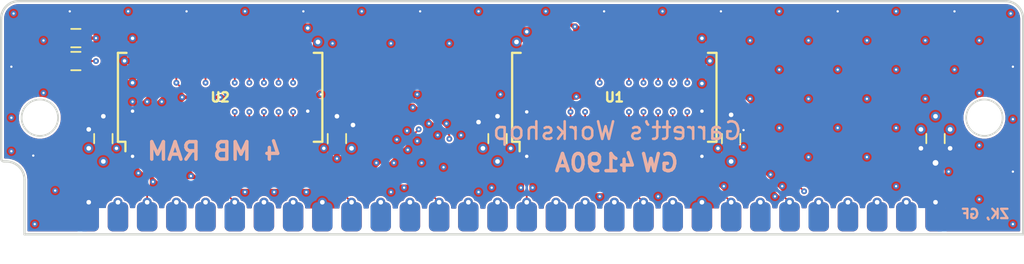
<source format=kicad_pcb>
(kicad_pcb (version 20211014) (generator pcbnew)
  (title_block (title "GW4190A") (date "2021-06-19") (rev "2.0-SOJ") (company "Garrett's Workshop"))
  (layers (0 "F.Cu" signal) (1 "In1.Cu" power) (2 "In2.Cu" signal) (31 "B.Cu" power) (34 "B.Paste" user) (35 "F.Paste" user) (36 "B.SilkS" user "B.Silkscreen") (37 "F.SilkS" user "F.Silkscreen") (38 "B.Mask" user) (39 "F.Mask" user) (44 "Edge.Cuts" user))
  (net 0 "")
  (net 1 "+5V")
  (net 2 "/D0")
  (net 3 "/D1")
  (net 4 "/~{WE}")
  (net 5 "/~{RAS}")
  (net 6 "/~{CAS}")
  (net 7 "/D2")
  (net 8 "/D3")
  (net 9 "GND")
  (net 10 "/D4")
  (net 11 "/D5")
  (net 12 "/D6")
  (net 13 "/A11")
  (net 14 "/D7")
  (net 15 "/QP")
  (net 16 "/~{CASP}")
  (net 17 "/DP")
  (net 18 "/1A0")
  (net 19 "/1A1")
  (net 20 "/1A2")
  (net 21 "/1A3")
  (net 22 "/1A4")
  (net 23 "/1A5")
  (net 24 "/1A6")
  (net 25 "/1A7")
  (net 26 "/1A8")
  (net 27 "/1A10")
  (net 28 "/1A9")
  (net 29 "/~{OE}")
  (footprint "stdpads:C_0805" (layer "F.Cu") (at 85.09 93.257 -90)
    (fp_text reference "C1")
    (fp_text value "2u2")
    (pad "1" smd roundrect locked (at -0.85 0 270) (size 1.05 1.4) (layers "F.Cu" "F.Paste" "F.Mask") (net 1 "+5V"))
    (pad "2" smd roundrect locked (at 0.85 0 270) (size 1.05 1.4) (layers "F.Cu" "F.Paste" "F.Mask") (net 9 "GND"))
  )
  (footprint "stdpads:C_0805" (layer "F.Cu") (at 105.41 93.257 -90)
    (fp_text reference "C2")
    (fp_text value "2u2")
    (pad "1" smd roundrect locked (at -0.85 0 270) (size 1.05 1.4) (layers "F.Cu" "F.Paste" "F.Mask") (net 1 "+5V"))
    (pad "2" smd roundrect locked (at 0.85 0 270) (size 1.05 1.4) (layers "F.Cu" "F.Paste" "F.Mask") (net 9 "GND"))
  )
  (footprint "stdpads:C_0805" (layer "F.Cu") (at 119.38 93.257 -90)
    (fp_text reference "C3")
    (fp_text value "2u2")
    (pad "1" smd roundrect locked (at -0.85 0 270) (size 1.05 1.4) (layers "F.Cu" "F.Paste" "F.Mask") (net 1 "+5V"))
    (pad "2" smd roundrect locked (at 0.85 0 270) (size 1.05 1.4) (layers "F.Cu" "F.Paste" "F.Mask") (net 9 "GND"))
  )
  (footprint "stdpads:C_0805" (layer "F.Cu") (at 139.7 93.257 -90)
    (fp_text reference "C4")
    (fp_text value "2u2")
    (pad "1" smd roundrect locked (at -0.85 0 270) (size 1.05 1.4) (layers "F.Cu" "F.Paste" "F.Mask") (net 1 "+5V"))
    (pad "2" smd roundrect locked (at 0.85 0 270) (size 1.05 1.4) (layers "F.Cu" "F.Paste" "F.Mask") (net 9 "GND"))
  )
  (footprint "stdpads:C_0805" (layer "F.Cu") (at 157.48 93.257 90)
    (fp_text reference "C5")
    (fp_text value "2u2")
    (pad "1" smd roundrect locked (at -0.85 0 90) (size 1.05 1.4) (layers "F.Cu" "F.Paste" "F.Mask") (net 1 "+5V"))
    (pad "2" smd roundrect locked (at 0.85 0 90) (size 1.05 1.4) (layers "F.Cu" "F.Paste" "F.Mask") (net 9 "GND"))
  )
  (footprint "stdpads:SIMM-30_Edge" (layer "F.Cu") (at 120.65 99.822)
    (fp_text reference "J1")
    (fp_text value "DRAM-SIMM-30")
    (pad "1" thru_hole circle locked (at -36.83 -1.016) (size 0.8 0.8) (drill 0.4) (layers *.Cu *.Mask) (net 1 "+5V"))
    (pad "1" smd roundrect locked (at -36.83 0.254) (size 1.778 2.54) (layers "F.Cu" "F.Mask") (net 1 "+5V"))
    (pad "1" smd roundrect locked (at -36.83 0.254) (size 1.778 2.54) (layers "B.Cu" "B.Mask") (net 1 "+5V"))
    (pad "2" smd roundrect locked (at -34.29 0.254) (size 1.778 2.54) (layers "F.Cu" "F.Mask") (net 6 "/~{CAS}"))
    (pad "2" thru_hole circle locked (at -34.29 -1.016) (size 0.8 0.8) (drill 0.4) (layers *.Cu *.Mask) (net 6 "/~{CAS}"))
    (pad "2" smd roundrect locked (at -34.29 0.254) (size 1.778 2.54) (layers "B.Cu" "B.Mask") (net 6 "/~{CAS}"))
    (pad "3" smd roundrect locked (at -31.75 0.254) (size 1.778 2.54) (layers "B.Cu" "B.Mask") (net 2 "/D0"))
    (pad "3" thru_hole circle locked (at -31.75 -1.016) (size 0.8 0.8) (drill 0.4) (layers *.Cu *.Mask) (net 2 "/D0"))
    (pad "3" smd roundrect locked (at -31.75 0.254) (size 1.778 2.54) (layers "F.Cu" "F.Mask") (net 2 "/D0"))
    (pad "4" thru_hole circle locked (at -29.21 -1.016) (size 0.8 0.8) (drill 0.4) (layers *.Cu *.Mask) (net 22 "/1A4"))
    (pad "4" smd roundrect locked (at -29.21 0.254) (size 1.778 2.54) (layers "B.Cu" "B.Mask") (net 22 "/1A4"))
    (pad "4" smd roundrect locked (at -29.21 0.254) (size 1.778 2.54) (layers "F.Cu" "F.Mask") (net 22 "/1A4"))
    (pad "5" thru_hole circle locked (at -26.67 -1.016) (size 0.8 0.8) (drill 0.4) (layers *.Cu *.Mask) (net 21 "/1A3"))
    (pad "5" smd roundrect locked (at -26.67 0.254) (size 1.778 2.54) (layers "B.Cu" "B.Mask") (net 21 "/1A3"))
    (pad "5" smd roundrect locked (at -26.67 0.254) (size 1.778 2.54) (layers "F.Cu" "F.Mask") (net 21 "/1A3"))
    (pad "6" smd roundrect locked (at -24.13 0.254) (size 1.778 2.54) (layers "F.Cu" "F.Mask") (net 3 "/D1"))
    (pad "6" thru_hole circle locked (at -24.13 -1.016) (size 0.8 0.8) (drill 0.4) (layers *.Cu *.Mask) (net 3 "/D1"))
    (pad "6" smd roundrect locked (at -24.13 0.254) (size 1.778 2.54) (layers "B.Cu" "B.Mask") (net 3 "/D1"))
    (pad "7" smd roundrect locked (at -21.59 0.254) (size 1.778 2.54) (layers "B.Cu" "B.Mask") (net 23 "/1A5"))
    (pad "7" thru_hole circle locked (at -21.59 -1.016) (size 0.8 0.8) (drill 0.4) (layers *.Cu *.Mask) (net 23 "/1A5"))
    (pad "7" smd roundrect locked (at -21.59 0.254) (size 1.778 2.54) (layers "F.Cu" "F.Mask") (net 23 "/1A5"))
    (pad "8" smd roundrect locked (at -19.05 0.254) (size 1.778 2.54) (layers "B.Cu" "B.Mask") (net 20 "/1A2"))
    (pad "8" thru_hole circle locked (at -19.05 -1.016) (size 0.8 0.8) (drill 0.4) (layers *.Cu *.Mask) (net 20 "/1A2"))
    (pad "8" smd roundrect locked (at -19.05 0.254) (size 1.778 2.54) (layers "F.Cu" "F.Mask") (net 20 "/1A2"))
    (pad "9" thru_hole circle locked (at -16.51 -1.016) (size 0.8 0.8) (drill 0.4) (layers *.Cu *.Mask) (net 9 "GND"))
    (pad "9" smd roundrect locked (at -16.51 0.254) (size 1.778 2.54) (layers "B.Cu" "B.Mask") (net 9 "GND"))
    (pad "9" smd roundrect locked (at -16.51 0.254) (size 1.778 2.54) (layers "F.Cu" "F.Mask") (net 9 "GND"))
    (pad "10" smd roundrect locked (at -13.97 0.254) (size 1.778 2.54) (layers "B.Cu" "B.Mask") (net 7 "/D2"))
    (pad "10" thru_hole circle locked (at -13.97 -1.016) (size 0.8 0.8) (drill 0.4) (layers *.Cu *.Mask) (net 7 "/D2"))
    (pad "10" smd roundrect locked (at -13.97 0.254) (size 1.778 2.54) (layers "F.Cu" "F.Mask") (net 7 "/D2"))
    (pad "11" thru_hole circle locked (at -11.43 -1.016) (size 0.8 0.8) (drill 0.4) (layers *.Cu *.Mask) (net 24 "/1A6"))
    (pad "11" smd roundrect locked (at -11.43 0.254) (size 1.778 2.54) (layers "F.Cu" "F.Mask") (net 24 "/1A6"))
    (pad "11" smd roundrect locked (at -11.43 0.254) (size 1.778 2.54) (layers "B.Cu" "B.Mask") (net 24 "/1A6"))
    (pad "12" smd roundrect locked (at -8.89 0.254) (size 1.778 2.54) (layers "B.Cu" "B.Mask") (net 19 "/1A1"))
    (pad "12" smd roundrect locked (at -8.89 0.254) (size 1.778 2.54) (layers "F.Cu" "F.Mask") (net 19 "/1A1"))
    (pad "12" thru_hole circle locked (at -8.89 -1.016) (size 0.8 0.8) (drill 0.4) (layers *.Cu *.Mask) (net 19 "/1A1"))
    (pad "13" smd roundrect locked (at -6.35 0.254) (size 1.778 2.54) (layers "F.Cu" "F.Mask") (net 8 "/D3"))
    (pad "13" smd roundrect locked (at -6.35 0.254) (size 1.778 2.54) (layers "B.Cu" "B.Mask") (net 8 "/D3"))
    (pad "13" thru_hole circle locked (at -6.35 -1.016) (size 0.8 0.8) (drill 0.4) (layers *.Cu *.Mask) (net 8 "/D3"))
    (pad "14" smd roundrect locked (at -3.81 0.254) (size 1.778 2.54) (layers "F.Cu" "F.Mask") (net 25 "/1A7"))
    (pad "14" smd roundrect locked (at -3.81 0.254) (size 1.778 2.54) (layers "B.Cu" "B.Mask") (net 25 "/1A7"))
    (pad "14" thru_hole circle locked (at -3.81 -1.016) (size 0.8 0.8) (drill 0.4) (layers *.Cu *.Mask) (net 25 "/1A7"))
    (pad "15" smd roundrect locked (at -1.27 0.254) (size 1.778 2.54) (layers "F.Cu" "F.Mask") (net 18 "/1A0"))
    (pad "15" smd roundrect locked (at -1.27 0.254) (size 1.778 2.54) (layers "B.Cu" "B.Mask") (net 18 "/1A0"))
    (pad "15" thru_hole circle locked (at -1.27 -1.016) (size 0.8 0.8) (drill 0.4) (layers *.Cu *.Mask) (net 18 "/1A0"))
    (pad "16" smd roundrect locked (at 1.27 0.254) (size 1.778 2.54) (layers "B.Cu" "B.Mask") (net 10 "/D4"))
    (pad "16" thru_hole circle locked (at 1.27 -1.016) (size 0.8 0.8) (drill 0.4) (layers *.Cu *.Mask) (net 10 "/D4"))
    (pad "16" smd roundrect locked (at 1.27 0.254) (size 1.778 2.54) (layers "F.Cu" "F.Mask") (net 10 "/D4"))
    (pad "17" smd roundrect locked (at 3.81 0.254) (size 1.778 2.54) (layers "F.Cu" "F.Mask") (net 26 "/1A8"))
    (pad "17" smd roundrect locked (at 3.81 0.254) (size 1.778 2.54) (layers "B.Cu" "B.Mask") (net 26 "/1A8"))
    (pad "17" thru_hole circle locked (at 3.81 -1.016) (size 0.8 0.8) (drill 0.4) (layers *.Cu *.Mask) (net 26 "/1A8"))
    (pad "18" smd roundrect locked (at 6.35 0.254) (size 1.778 2.54) (layers "B.Cu" "B.Mask") (net 27 "/1A10"))
    (pad "18" thru_hole circle locked (at 6.35 -1.016) (size 0.8 0.8) (drill 0.4) (layers *.Cu *.Mask) (net 27 "/1A10"))
    (pad "18" smd roundrect locked (at 6.35 0.254) (size 1.778 2.54) (layers "F.Cu" "F.Mask") (net 27 "/1A10"))
    (pad "19" thru_hole circle locked (at 8.89 -1.016) (size 0.8 0.8) (drill 0.4) (layers *.Cu *.Mask) (net 28 "/1A9"))
    (pad "19" smd roundrect locked (at 8.89 0.254) (size 1.778 2.54) (layers "B.Cu" "B.Mask") (net 28 "/1A9"))
    (pad "19" smd roundrect locked (at 8.89 0.254) (size 1.778 2.54) (layers "F.Cu" "F.Mask") (net 28 "/1A9"))
    (pad "20" smd roundrect locked (at 11.43 0.254) (size 1.778 2.54) (layers "F.Cu" "F.Mask") (net 11 "/D5"))
    (pad "20" smd roundrect locked (at 11.43 0.254) (size 1.778 2.54) (layers "B.Cu" "B.Mask") (net 11 "/D5"))
    (pad "20" thru_hole circle locked (at 11.43 -1.016) (size 0.8 0.8) (drill 0.4) (layers *.Cu *.Mask) (net 11 "/D5"))
    (pad "21" thru_hole circle locked (at 13.97 -1.016) (size 0.8 0.8) (drill 0.4) (layers *.Cu *.Mask) (net 4 "/~{WE}"))
    (pad "21" smd roundrect locked (at 13.97 0.254) (size 1.778 2.54) (layers "F.Cu" "F.Mask") (net 4 "/~{WE}"))
    (pad "21" smd roundrect locked (at 13.97 0.254) (size 1.778 2.54) (layers "B.Cu" "B.Mask") (net 4 "/~{WE}"))
    (pad "22" thru_hole circle locked (at 16.51 -1.016) (size 0.8 0.8) (drill 0.4) (layers *.Cu *.Mask) (net 9 "GND"))
    (pad "22" smd roundrect locked (at 16.51 0.254) (size 1.778 2.54) (layers "B.Cu" "B.Mask") (net 9 "GND"))
    (pad "22" smd roundrect locked (at 16.51 0.254) (size 1.778 2.54) (layers "F.Cu" "F.Mask") (net 9 "GND"))
    (pad "23" smd roundrect locked (at 19.05 0.254) (size 1.778 2.54) (layers "F.Cu" "F.Mask") (net 12 "/D6"))
    (pad "23" thru_hole circle locked (at 19.05 -1.016) (size 0.8 0.8) (drill 0.4) (layers *.Cu *.Mask) (net 12 "/D6"))
    (pad "23" smd roundrect locked (at 19.05 0.254) (size 1.778 2.54) (layers "B.Cu" "B.Mask") (net 12 "/D6"))
    (pad "24" smd roundrect locked (at 21.59 0.254) (size 1.778 2.54) (layers "F.Cu" "F.Mask") (net 13 "/A11"))
    (pad "24" thru_hole circle locked (at 21.59 -1.016) (size 0.8 0.8) (drill 0.4) (layers *.Cu *.Mask) (net 13 "/A11"))
    (pad "24" smd roundrect locked (at 21.59 0.254) (size 1.778 2.54) (layers "B.Cu" "B.Mask") (net 13 "/A11"))
    (pad "25" smd roundrect locked (at 24.13 0.254) (size 1.778 2.54) (layers "B.Cu" "B.Mask") (net 14 "/D7"))
    (pad "25" thru_hole circle locked (at 24.13 -1.016) (size 0.8 0.8) (drill 0.4) (layers *.Cu *.Mask) (net 14 "/D7"))
    (pad "25" smd roundrect locked (at 24.13 0.254) (size 1.778 2.54) (layers "F.Cu" "F.Mask") (net 14 "/D7"))
    (pad "26" smd roundrect locked (at 26.67 0.254) (size 1.778 2.54) (layers "F.Cu" "F.Mask") (net 15 "/QP"))
    (pad "26" smd roundrect locked (at 26.67 0.254) (size 1.778 2.54) (layers "B.Cu" "B.Mask") (net 15 "/QP"))
    (pad "26" thru_hole circle locked (at 26.67 -1.016) (size 0.8 0.8) (drill 0.4) (layers *.Cu *.Mask) (net 15 "/QP"))
    (pad "27" smd roundrect locked (at 29.21 0.254) (size 1.778 2.54) (layers "B.Cu" "B.Mask") (net 5 "/~{RAS}"))
    (pad "27" thru_hole circle locked (at 29.21 -1.016) (size 0.8 0.8) (drill 0.4) (layers *.Cu *.Mask) (net 5 "/~{RAS}"))
    (pad "27" smd roundrect locked (at 29.21 0.254) (size 1.778 2.54) (layers "F.Cu" "F.Mask") (net 5 "/~{RAS}"))
    (pad "28" smd roundrect locked (at 31.75 0.254) (size 1.778 2.54) (layers "B.Cu" "B.Mask") (net 16 "/~{CASP}"))
    (pad "28" thru_hole circle locked (at 31.75 -1.016) (size 0.8 0.8) (drill 0.4) (layers *.Cu *.Mask) (net 16 "/~{CASP}"))
    (pad "28" smd roundrect locked (at 31.75 0.254) (size 1.778 2.54) (layers "F.Cu" "F.Mask") (net 16 "/~{CASP}"))
    (pad "29" smd roundrect locked (at 34.29 0.254) (size 1.778 2.54) (layers "B.Cu" "B.Mask") (net 17 "/DP"))
    (pad "29" smd roundrect locked (at 34.29 0.254) (size 1.778 2.54) (layers "F.Cu" "F.Mask") (net 17 "/DP"))
    (pad "29" thru_hole circle locked (at 34.29 -1.016) (size 0.8 0.8) (drill 0.4) (layers *.Cu *.Mask) (net 17 "/DP"))
    (pad "30" smd roundrect locked (at 36.83 0.254) (size 1.778 2.54) (layers "F.Cu" "F.Mask") (net 1 "+5V"))
    (pad "30" thru_hole circle locked (at 36.83 -1.016) (size 0.8 0.8) (drill 0.4) (layers *.Cu *.Mask) (net 1 "+5V"))
    (pad "30" smd roundrect locked (at 36.83 0.254) (size 1.778 2.54) (layers "B.Cu" "B.Mask") (net 1 "+5V"))
  )
  (footprint "stdpads:R_0805" (layer "F.Cu") (at 82.7 86.5 180)
    (fp_text reference "R1")
    (fp_text value "EDO")
    (pad "1" smd roundrect locked (at -0.95 0 180) (size 0.85 1.4) (layers "F.Cu" "F.Paste" "F.Mask") (net 6 "/~{CAS}"))
    (pad "2" smd roundrect locked (at 0.95 0 180) (size 0.85 1.4) (layers "F.Cu" "F.Paste" "F.Mask") (net 29 "/~{OE}"))
  )
  (footprint "stdpads:R_0805" (layer "F.Cu") (at 82.7 84.5)
    (fp_text reference "R2")
    (fp_text value "FPM")
    (pad "1" smd roundrect locked (at -0.95 0) (size 0.85 1.4) (layers "F.Cu" "F.Paste" "F.Mask") (net 29 "/~{OE}"))
    (pad "2" smd roundrect locked (at 0.95 0) (size 0.85 1.4) (layers "F.Cu" "F.Paste" "F.Mask") (net 9 "GND"))
  )
  (footprint "stdpads:SOJ-24-26_300mil" (layer "F.Cu") (at 129.54 89.662 90)
    (fp_text reference "U1")
    (fp_text value "4C4M4")
    (fp_text user "${REFERENCE}" (at 0 0) (layer "F.SilkS") (effects (font (size 0.8128 0.8128) (thickness 0.2032))))
    (pad "1" smd roundrect locked (at -3.175 -7.62 90) (size 3.048 0.6) (layers "F.Cu" "F.Paste" "F.Mask") (net 1 "+5V"))
    (pad "2" smd roundrect locked (at -3.175 -6.35 90) (size 3.048 0.6) (layers "F.Cu" "F.Paste" "F.Mask") (net 11 "/D5"))
    (pad "3" smd roundrect locked (at -3.175 -5.08 90) (size 3.048 0.6) (layers "F.Cu" "F.Paste" "F.Mask") (net 14 "/D7"))
    (pad "4" smd roundrect locked (at -3.175 -3.81 90) (size 3.048 0.6) (layers "F.Cu" "F.Paste" "F.Mask") (net 4 "/~{WE}"))
    (pad "5" smd roundrect locked (at -3.175 -2.54 90) (size 3.048 0.6) (layers "F.Cu" "F.Paste" "F.Mask") (net 5 "/~{RAS}"))
    (pad "6" smd roundrect locked (at -3.175 -1.27 90) (size 3.048 0.6) (layers "F.Cu" "F.Paste" "F.Mask"))
    (pad "8" smd roundrect locked (at -3.175 1.27 90) (size 3.048 0.6) (layers "F.Cu" "F.Paste" "F.Mask") (net 27 "/1A10"))
    (pad "9" smd roundrect locked (at -3.175 2.54 90) (size 3.048 0.6) (layers "F.Cu" "F.Paste" "F.Mask") (net 18 "/1A0"))
    (pad "10" smd roundrect locked (at -3.175 3.81 90) (size 3.048 0.6) (layers "F.Cu" "F.Paste" "F.Mask") (net 19 "/1A1"))
    (pad "11" smd roundrect locked (at -3.175 5.08 90) (size 3.048 0.6) (layers "F.Cu" "F.Paste" "F.Mask") (net 20 "/1A2"))
    (pad "12" smd roundrect locked (at -3.175 6.35 90) (size 3.048 0.6) (layers "F.Cu" "F.Paste" "F.Mask") (net 21 "/1A3"))
    (pad "13" smd roundrect locked (at -3.175 7.62 90) (size 3.048 0.6) (layers "F.Cu" "F.Paste" "F.Mask") (net 1 "+5V"))
    (pad "14" smd roundrect locked (at 3.175 7.62 90) (size 3.048 0.6) (layers "F.Cu" "F.Paste" "F.Mask") (net 9 "GND"))
    (pad "15" smd roundrect locked (at 3.175 6.35 90) (size 3.048 0.6) (layers "F.Cu" "F.Paste" "F.Mask") (net 22 "/1A4"))
    (pad "16" smd roundrect locked (at 3.175 5.08 90) (size 3.048 0.6) (layers "F.Cu" "F.Paste" "F.Mask") (net 23 "/1A5"))
    (pad "17" smd roundrect locked (at 3.175 3.81 90) (size 3.048 0.6) (layers "F.Cu" "F.Paste" "F.Mask") (net 24 "/1A6"))
    (pad "18" smd roundrect locked (at 3.175 2.54 90) (size 3.048 0.6) (layers "F.Cu" "F.Paste" "F.Mask") (net 25 "/1A7"))
    (pad "19" smd roundrect locked (at 3.175 1.27 90) (size 3.048 0.6) (layers "F.Cu" "F.Paste" "F.Mask") (net 26 "/1A8"))
    (pad "21" smd roundrect locked (at 3.175 -1.27 90) (size 3.048 0.6) (layers "F.Cu" "F.Paste" "F.Mask") (net 28 "/1A9"))
    (pad "22" smd roundrect locked (at 3.175 -2.54 90) (size 3.048 0.6) (layers "F.Cu" "F.Paste" "F.Mask") (net 29 "/~{OE}"))
    (pad "23" smd roundrect locked (at 3.175 -3.81 90) (size 3.048 0.6) (layers "F.Cu" "F.Paste" "F.Mask") (net 6 "/~{CAS}"))
    (pad "24" smd roundrect locked (at 3.175 -5.08 90) (size 3.048 0.6) (layers "F.Cu" "F.Paste" "F.Mask") (net 12 "/D6"))
    (pad "25" smd roundrect locked (at 3.175 -6.35 90) (size 3.048 0.6) (layers "F.Cu" "F.Paste" "F.Mask") (net 10 "/D4"))
    (pad "26" smd roundrect locked (at 3.175 -7.62 90) (size 3.048 0.6) (layers "F.Cu" "F.Paste" "F.Mask") (net 9 "GND"))
  )
  (footprint "stdpads:SOJ-24-26_300mil" (layer "F.Cu") (at 95.25 89.662 90)
    (fp_text reference "U2")
    (fp_text value "4C4M4")
    (fp_text user "${REFERENCE}" (at 0 0) (layer "F.SilkS") (effects (font (size 0.8128 0.8128) (thickness 0.2032))))
    (pad "1" smd roundrect locked (at -3.175 -7.62 90) (size 3.048 0.6) (layers "F.Cu" "F.Paste" "F.Mask") (net 1 "+5V"))
    (pad "2" smd roundrect locked (at -3.175 -6.35 90) (size 3.048 0.6) (layers "F.Cu" "F.Paste" "F.Mask") (net 3 "/D1"))
    (pad "3" smd roundrect locked (at -3.175 -5.08 90) (size 3.048 0.6) (layers "F.Cu" "F.Paste" "F.Mask") (net 8 "/D3"))
    (pad "4" smd roundrect locked (at -3.175 -3.81 90) (size 3.048 0.6) (layers "F.Cu" "F.Paste" "F.Mask") (net 4 "/~{WE}"))
    (pad "5" smd roundrect locked (at -3.175 -2.54 90) (size 3.048 0.6) (layers "F.Cu" "F.Paste" "F.Mask") (net 5 "/~{RAS}"))
    (pad "6" smd roundrect locked (at -3.175 -1.27 90) (size 3.048 0.6) (layers "F.Cu" "F.Paste" "F.Mask"))
    (pad "8" smd roundrect locked (at -3.175 1.27 90) (size 3.048 0.6) (layers "F.Cu" "F.Paste" "F.Mask") (net 21 "/1A3"))
    (pad "9" smd roundrect locked (at -3.175 2.54 90) (size 3.048 0.6) (layers "F.Cu" "F.Paste" "F.Mask") (net 20 "/1A2"))
    (pad "10" smd roundrect locked (at -3.175 3.81 90) (size 3.048 0.6) (layers "F.Cu" "F.Paste" "F.Mask") (net 19 "/1A1"))
    (pad "11" smd roundrect locked (at -3.175 5.08 90) (size 3.048 0.6) (layers "F.Cu" "F.Paste" "F.Mask") (net 18 "/1A0"))
    (pad "12" smd roundrect locked (at -3.175 6.35 90) (size 3.048 0.6) (layers "F.Cu" "F.Paste" "F.Mask") (net 27 "/1A10"))
    (pad "13" smd roundrect locked (at -3.175 7.62 90) (size 3.048 0.6) (layers "F.Cu" "F.Paste" "F.Mask") (net 1 "+5V"))
    (pad "14" smd roundrect locked (at 3.175 7.62 90) (size 3.048 0.6) (layers "F.Cu" "F.Paste" "F.Mask") (net 9 "GND"))
    (pad "15" smd roundrect locked (at 3.175 6.35 90) (size 3.048 0.6) (layers "F.Cu" "F.Paste" "F.Mask") (net 28 "/1A9"))
    (pad "16" smd roundrect locked (at 3.175 5.08 90) (size 3.048 0.6) (layers "F.Cu" "F.Paste" "F.Mask") (net 26 "/1A8"))
    (pad "17" smd roundrect locked (at 3.175 3.81 90) (size 3.048 0.6) (layers "F.Cu" "F.Paste" "F.Mask") (net 25 "/1A7"))
    (pad "18" smd roundrect locked (at 3.175 2.54 90) (size 3.048 0.6) (layers "F.Cu" "F.Paste" "F.Mask") (net 24 "/1A6"))
    (pad "19" smd roundrect locked (at 3.175 1.27 90) (size 3.048 0.6) (layers "F.Cu" "F.Paste" "F.Mask") (net 23 "/1A5"))
    (pad "21" smd roundrect locked (at 3.175 -1.27 90) (size 3.048 0.6) (layers "F.Cu" "F.Paste" "F.Mask") (net 22 "/1A4"))
    (pad "22" smd roundrect locked (at 3.175 -2.54 90) (size 3.048 0.6) (layers "F.Cu" "F.Paste" "F.Mask") (net 29 "/~{OE}"))
    (pad "23" smd roundrect locked (at 3.175 -3.81 90) (size 3.048 0.6) (layers "F.Cu" "F.Paste" "F.Mask") (net 6 "/~{CAS}"))
    (pad "24" smd roundrect locked (at 3.175 -5.08 90) (size 3.048 0.6) (layers "F.Cu" "F.Paste" "F.Mask") (net 7 "/D2"))
    (pad "25" smd roundrect locked (at 3.175 -6.35 90) (size 3.048 0.6) (layers "F.Cu" "F.Paste" "F.Mask") (net 2 "/D0"))
    (pad "26" smd roundrect locked (at 3.175 -7.62 90) (size 3.048 0.6) (layers "F.Cu" "F.Paste" "F.Mask") (net 9 "GND"))
  )
  (gr_line (start 76.2 94.996) (end 76.2 82.804) (layer "Edge.Cuts") (width 0.2))
  (gr_line (start 78.232 101.6) (end 78.232 96.8375) (layer "Edge.Cuts") (width 0.2))
  (gr_circle (center 79.5655 91.44) (end 77.978 91.44) (layer "Edge.Cuts") (width 0.15) (fill none))
  (gr_arc (start 76.6445 95.25) (mid 77.767032 95.714968) (end 78.232 96.8375) (layer "Edge.Cuts") (width 0.2))
  (gr_circle (center 161.7345 91.44) (end 163.322 91.44) (layer "Edge.Cuts") (width 0.15) (fill none))
  (gr_line (start 76.6445 95.25) (end 76.454 95.25) (layer "Edge.Cuts") (width 0.2))
  (gr_arc (start 163.576 81.28) (mid 164.653631 81.726369) (end 165.1 82.804) (layer "Edge.Cuts") (width 0.2))
  (gr_arc (start 76.2 82.804) (mid 76.646369 81.726369) (end 77.724 81.28) (layer "Edge.Cuts") (width 0.2))
  (gr_arc (start 76.454 95.25) (mid 76.274395 95.175605) (end 76.2 94.996) (layer "Edge.Cuts") (width 0.2))
  (gr_line (start 165.1 101.6) (end 78.232 101.6) (layer "Edge.Cuts") (width 0.2))
  (gr_line (start 77.724 81.28) (end 163.576 81.28) (layer "Edge.Cuts") (width 0.2))
  (gr_line (start 165.1 82.804) (end 165.1 101.6) (layer "Edge.Cuts") (width 0.2))
  (gr_text "Garrett’s Workshop" (at 129.794 92.583) (layer "B.SilkS") (effects (font (size 1.524 1.524) (thickness 0.225)) (justify mirror)))
  (gr_text "GW" (at 133.477 95.377) (layer "B.SilkS") (effects (font (size 1.5 1.5) (thickness 0.3)) (justify mirror)))
  (gr_text "4 MB RAM" (at 94.742 94.361) (layer "B.SilkS") (effects (font (size 1.524 1.524) (thickness 0.3)) (justify mirror)))
  (gr_text "4190A" (at 127.889 95.377) (layer "B.SilkS") (effects (font (size 1.5 1.5) (thickness 0.3)) (justify mirror)))
  (gr_text "ZK, GF" (at 161.798 99.822) (layer "B.SilkS") (effects (font (size 0.8128 0.8128) (thickness 0.2032)) (justify mirror)))
  (segment (start 121.915 94.107) (end 121.92 94.112) (width 0.508) (layer "F.Cu") (net 1))
  (segment (start 87.63 92.837) (end 87.63 90.8685) (width 0.6) (layer "F.Cu") (net 1))
  (segment (start 87.63 92.837) (end 87.63 94.8055) (width 0.6) (layer "F.Cu") (net 1))
  (segment (start 105.41 92.407) (end 106.475 92.407) (width 0.762) (layer "F.Cu") (net 1))
  (segment (start 121.92 92.837) (end 121.92 94.8055) (width 0.6) (layer "F.Cu") (net 1))
  (segment (start 86.311 92.407) (end 86.741 92.837) (width 0.6) (layer "F.Cu") (net 1))
  (segment (start 105.41 92.407) (end 105.41 91.313) (width 0.762) (layer "F.Cu") (net 1))
  (segment (start 118.315 92.407) (end 117.729 91.821) (width 0.762) (layer "F.Cu") (net 1))
  (segment (start 86.741 92.837) (end 87.63 92.837) (width 0.6) (layer "F.Cu") (net 1))
  (segment (start 106.475 92.407) (end 106.807 92.075) (width 0.762) (layer "F.Cu") (net 1))
  (segment (start 102.87 92.837) (end 102.87 90.8685) (width 0.6) (layer "F.Cu") (net 1))
  (segment (start 103.759 92.837) (end 102.87 92.837) (width 0.6) (layer "F.Cu") (net 1))
  (segment (start 121.031 92.837) (end 121.92 92.837) (width 0.6) (layer "F.Cu") (net 1))
  (segment (start 139.7 92.407) (end 139.7 91.186) (width 0.762) (layer "F.Cu") (net 1))
  (segment (start 104.189 92.407) (end 103.759 92.837) (width 0.6) (layer "F.Cu") (net 1))
  (segment (start 85.09 92.407) (end 86.311 92.407) (width 0.6) (layer "F.Cu") (net 1))
  (segment (start 139.7 92.407) (end 138.479 92.407) (width 0.6) (layer "F.Cu") (net 1))
  (segment (start 140.667 92.407) (end 140.7795 92.5195) (width 0.508) (layer "F.Cu") (net 1))
  (segment (start 157.48 98.806) (end 157.48 95.377) (width 1.27) (layer "F.Cu") (net 1))
  (segment (start 119.38 92.407) (end 119.38 91.313) (width 0.762) (layer "F.Cu") (net 1))
  (segment (start 83.869 92.407) (end 83.82 92.456) (width 0.762) (layer "F.Cu") (net 1))
  (segment (start 85.09 92.407) (end 85.09 91.313) (width 0.762) (layer "F.Cu") (net 1))
  (segment (start 121.92 94.112) (end 121.92 90.932) (width 0.6) (layer "F.Cu") (net 1))
  (segment (start 157.48 94.107) (end 156.21 94.107) (width 0.8) (layer "F.Cu") (net 1))
  (segment (start 157.48 94.107) (end 158.75 94.107) (width 0.8) (layer "F.Cu") (net 1))
  (segment (start 119.38 92.407) (end 120.601 92.407) (width 0.6) (layer "F.Cu") (net 1))
  (segment (start 138.049 92.837) (end 137.16 92.837) (width 0.6) (layer "F.Cu") (net 1))
  (segment (start 138.479 92.407) (end 138.049 92.837) (width 0.6) (layer "F.Cu") (net 1))
  (segment (start 85.09 92.407) (end 83.869 92.407) (width 0.762) (layer "F.Cu") (net 1))
  (segment (start 105.41 92.407) (end 104.189 92.407) (width 0.6) (layer "F.Cu") (net 1))
  (segment (start 119.38 92.407) (end 118.315 92.407) (width 0.762) (layer "F.Cu") (net 1))
  (segment (start 157.48 95.377) (end 157.48 94.107) (width 0.762) (layer "F.Cu") (net 1))
  (segment (start 120.601 92.407) (end 121.031 92.837) (width 0.6) (layer "F.Cu") (net 1))
  (segment (start 137.16 92.837) (end 137.16 94.8055) (width 0.6) (layer "F.Cu") (net 1))
  (segment (start 139.7 92.407) (end 140.667 92.407) (width 0.508) (layer "F.Cu") (net 1))
  (segment (start 137.16 92.837) (end 137.16 90.8685) (width 0.6) (layer "F.Cu") (net 1))
  (via (at 77.089 86.995) (size 0.508) (drill 0.2) (layers "F.Cu" "B.Cu") (net 1))
  (via (at 164.211 86.995) (size 0.508) (drill 0.2) (layers "F.Cu" "B.Cu") (net 1))
  (via (at 164.211 96.139) (size 0.508) (drill 0.2) (layers "F.Cu" "B.Cu") (net 1))
  (via (at 78.994 94.742) (size 0.508) (drill 0.2) (layers "F.Cu" "B.Cu") (net 1))
  (via (at 159.131 82.169) (size 0.508) (drill 0.2) (layers "F.Cu" "B.Cu") (net 1))
  (via (at 148.971 82.169) (size 0.508) (drill 0.2) (layers "F.Cu" "B.Cu") (net 1))
  (via (at 92.329 82.169) (size 0.508) (drill 0.2) (layers "F.Cu" "B.Cu") (net 1))
  (via (at 102.489 82.169) (size 0.508) (drill 0.2) (layers "F.Cu" "B.Cu") (net 1))
  (via (at 138.811 82.169) (size 0.508) (drill 0.2) (layers "F.Cu" "B.Cu") (net 1))
  (via (at 82.169 82.169) (size 0.508) (drill 0.2) (layers "F.Cu" "B.Cu") (net 1))
  (via (at 112.649 82.169) (size 0.508) (drill 0.2) (layers "F.Cu" "B.Cu") (net 1))
  (via (at 128.651 82.169) (size 0.508) (drill 0.2) (layers "F.Cu" "B.Cu") (net 1))
  (via (at 119.38 91.313) (size 0.8) (drill 0.4) (layers "F.Cu" "B.Cu") (net 1))
  (via (at 158.75 94.107) (size 0.8) (drill 0.4) (layers "F.Cu" "B.Cu") (net 1))
  (via (at 157.48 95.377) (size 1) (drill 0.5) (layers "F.Cu" "B.Cu") (net 1))
  (via (at 85.09 91.313) (size 0.8) (drill 0.4) (layers "F.Cu" "B.Cu") (net 1))
  (via (at 117.729 91.821) (size 0.8) (drill 0.4) (layers "F.Cu" "B.Cu") (net 1))
  (via (at 156.21 94.107) (size 0.8) (drill 0.4) (layers "F.Cu" "B.Cu") (net 1))
  (via (at 102.87 90.8685) (size 0.6) (drill 0.3) (layers "F.Cu" "B.Cu") (net 1))
  (via (at 139.7 91.186) (size 0.8) (drill 0.4) (layers "F.Cu" "B.Cu") (net 1))
  (via (at 106.807 92.075) (size 0.8) (drill 0.4) (layers "F.Cu" "B.Cu") (net 1))
  (via (at 105.41 91.313) (size 0.8) (drill 0.4) (layers "F.Cu" "B.Cu") (net 1))
  (via (at 121.92 90.932) (size 0.6) (drill 0.3) (layers "F.Cu" "B.Cu") (net 1))
  (via (at 87.63 94.8055) (size 0.6) (drill 0.3) (layers "F.Cu" "B.Cu") (net 1))
  (via (at 137.16 90.8685) (size 0.6) (drill 0.3) (layers "F.Cu" "B.Cu") (net 1))
  (via (at 87.63 90.8685) (size 0.6) (drill 0.3) (layers "F.Cu" "B.Cu") (net 1))
  (via (at 83.82 92.456) (size 0.8) (drill 0.4) (layers "F.Cu" "B.Cu") (net 1))
  (via (at 121.92 94.8055) (size 0.6) (drill 0.3) (layers "F.Cu" "B.Cu") (net 1))
  (via (at 137.16 94.8055) (size 0.6) (drill 0.3) (layers "F.Cu" "B.Cu") (net 1))
  (via (at 140.7795 92.5195) (size 0.508) (drill 0.2) (layers "F.Cu" "B.Cu") (net 1))
  (segment (start 88.9 89.281) (end 88.9 85.962) (width 0.1524) (layer "F.Cu") (net 2))
  (segment (start 88.265 89.916) (end 88.9 89.281) (width 0.1524) (layer "F.Cu") (net 2))
  (segment (start 88.9 96.266) (end 88.265 95.631) (width 0.1524) (layer "F.Cu") (net 2))
  (segment (start 88.9 98.806) (end 88.9 96.266) (width 0.1524) (layer "F.Cu") (net 2))
  (segment (start 88.265 95.631) (end 88.265 89.916) (width 0.1524) (layer "F.Cu") (net 2))
  (segment (start 88.9 95.758) (end 88.9 94.112) (width 0.1524) (layer "F.Cu") (net 3))
  (segment (start 95.504 97.79) (end 90.932 97.79) (width 0.1524) (layer "F.Cu") (net 3))
  (segment (start 96.52 98.806) (end 95.504 97.79) (width 0.1524) (layer "F.Cu") (net 3))
  (segment (start 90.932 97.79) (end 88.9 95.758) (width 0.1524) (layer "F.Cu") (net 3))
  (segment (start 125.73 94.112) (end 125.73 90.932) (width 0.1524) (layer "F.Cu") (net 4))
  (segment (start 115.189 92.964) (end 112.2045 89.9795) (width 0.1524) (layer "F.Cu") (net 4))
  (segment (start 112.2045 89.9795) (end 95.6945 89.9795) (width 0.1524) (layer "F.Cu") (net 4))
  (segment (start 94.996 90.17) (end 94.869 90.043) (width 0.1524) (layer "F.Cu") (net 4))
  (segment (start 140.8 90) (end 126.535 90) (width 0.1524) (layer "F.Cu") (net 4))
  (segment (start 146.05 97.8535) (end 143.05 94.8535) (width 0.1524) (layer "F.Cu") (net 4))
  (segment (start 125.73 90.47) (end 125.73 90.932) (width 0.1524) (layer "F.Cu") (net 4))
  (segment (start 91.44 90.932) (end 91.44 94.112) (width 0.1524) (layer "F.Cu") (net 4))
  (segment (start 143.05 92.25) (end 140.8 90) (width 0.1524) (layer "F.Cu") (net 4))
  (segment (start 143.05 94.8535) (end 143.05 92.25) (width 0.1524) (layer "F.Cu") (net 4))
  (segment (start 94.869 90.043) (end 92.329 90.043) (width 0.1524) (layer "F.Cu") (net 4))
  (segment (start 115.189 93.2815) (end 115.189 92.964) (width 0.1524) (layer "F.Cu") (net 4))
  (segment (start 95.6945 89.9795) (end 95.504 90.17) (width 0.1524) (layer "F.Cu") (net 4))
  (segment (start 126.4285 90.1065) (end 126.0935 90.1065) (width 0.1524) (layer "F.Cu") (net 4))
  (segment (start 126.0935 90.1065) (end 125.73 90.47) (width 0.1524) (layer "F.Cu") (net 4))
  (segment (start 126.535 90) (end 126.4285 90.1065) (width 0.1524) (layer "F.Cu") (net 4))
  (segment (start 95.504 90.17) (end 94.996 90.17) (width 0.1524) (layer "F.Cu") (net 4))
  (segment (start 92.329 90.043) (end 91.44 90.932) (width 0.1524) (layer "F.Cu") (net 4))
  (via (at 125.73 90.932) (size 0.508) (drill 0.2) (layers "F.Cu" "B.Cu") (net 4))
  (via (at 146.05 97.8535) (size 0.508) (drill 0.2) (layers "F.Cu" "B.Cu") (net 4))
  (via (at 115.189 93.2815) (size 0.508) (drill 0.2) (layers "F.Cu" "B.Cu") (net 4))
  (segment (start 127 94.112) (end 127 90.932) (width 0.1524) (layer "F.Cu") (net 5))
  (segment (start 93.345 96.393) (end 92.71 95.758) (width 0.1524) (layer "F.Cu") (net 5))
  (segment (start 112.522 92.456) (end 108.585 96.393) (width 0.1524) (layer "F.Cu") (net 5))
  (segment (start 92.71 95.758) (end 92.71 93.362) (width 0.1524) (layer "F.Cu") (net 5))
  (segment (start 108.585 96.393) (end 93.345 96.393) (width 0.1524) (layer "F.Cu") (net 5))
  (via (at 127 90.932) (size 0.508) (drill 0.2) (layers "F.Cu" "B.Cu") (net 5))
  (via (at 112.522 92.456) (size 0.508) (drill 0.2) (layers "F.Cu" "B.Cu") (net 5))
  (segment (start 84.45 86.5) (end 83.65 86.5) (width 0.1524) (layer "F.Cu") (net 6))
  (segment (start 91.44 88.392) (end 91.44 85.212) (width 0.1524) (layer "F.Cu") (net 6))
  (segment (start 114.4905 88.8365) (end 103.759 88.8365) (width 0.1524) (layer "F.Cu") (net 6))
  (segment (start 103.759 88.8365) (end 103.3145 89.281) (width 0.1524) (layer "F.Cu") (net 6))
  (segment (start 103.3145 89.281) (end 95.631 89.281) (width 0.1524) (layer "F.Cu") (net 6))
  (segment (start 95.631 89.281) (end 95.504 89.154) (width 0.1524) (layer "F.Cu") (net 6))
  (segment (start 94.996 89.154) (end 94.869 89.281) (width 0.1524) (layer "F.Cu") (net 6))
  (segment (start 92.329 89.281) (end 91.44 88.392) (width 0.1524) (layer "F.Cu") (net 6))
  (segment (start 125.73 85.212) (end 125.73 83.82) (width 0.1524) (layer "F.Cu") (net 6))
  (segment (start 94.869 89.281) (end 92.329 89.281) (width 0.1524) (layer "F.Cu") (net 6))
  (segment (start 120.015 83.312) (end 114.4905 88.8365) (width 0.1524) (layer "F.Cu") (net 6))
  (segment (start 125.222 83.312) (end 120.015 83.312) (width 0.1524) (layer "F.Cu") (net 6))
  (segment (start 125.73 83.82) (end 125.222 83.312) (width 0.1524) (layer "F.Cu") (net 6))
  (segment (start 95.504 89.154) (end 94.996 89.154) (width 0.1524) (layer "F.Cu") (net 6))
  (via (at 84.45 86.5) (size 0.508) (drill 0.2) (layers "F.Cu" "B.Cu") (net 6))
  (via (at 91.44 88.392) (size 0.508) (drill 0.2) (layers "F.Cu" "B.Cu") (net 6))
  (segment (start 90.17 89.281) (end 89.535 89.916) (width 0.1524) (layer "F.Cu") (net 7))
  (segment (start 89.535 89.916) (end 89.535 95.758) (width 0.1524) (layer "F.Cu") (net 7))
  (segment (start 90.17 85.212) (end 90.17 89.281) (width 0.1524) (layer "F.Cu") (net 7))
  (segment (start 89.535 95.758) (end 91.186 97.409) (width 0.1524) (layer "F.Cu") (net 7))
  (segment (start 105.283 97.409) (end 106.68 98.806) (width 0.1524) (layer "F.Cu") (net 7))
  (segment (start 91.186 97.409) (end 105.283 97.409) (width 0.1524) (layer "F.Cu") (net 7))
  (segment (start 91.44 97.028) (end 112.522 97.028) (width 0.1524) (layer "F.Cu") (net 8))
  (segment (start 90.17 95.758) (end 91.44 97.028) (width 0.1524) (layer "F.Cu") (net 8))
  (segment (start 90.17 94.112) (end 90.17 95.758) (width 0.1524) (layer "F.Cu") (net 8))
  (segment (start 112.522 97.028) (end 114.3 98.806) (width 0.1524) (layer "F.Cu") (net 8))
  (segment (start 119.38 94.107) (end 120.523 94.107) (width 0.6) (layer "F.Cu") (net 9))
  (segment (start 156.259 92.407) (end 156.21 92.456) (width 0.8) (layer "F.Cu") (net 9))
  (segment (start 119.38 94.107) (end 119.38 95.25) (width 0.762) (layer "F.Cu") (net 9))
  (segment (start 85.09 94.107) (end 86.233 94.107) (width 0.6) (layer "F.Cu") (net 9))
  (segment (start 139.7 94.107) (end 140.6525 94.107) (width 0.508) (layer "F.Cu") (net 9))
  (segment (start 139.7 94.107) (end 139.7 95.25) (width 0.762) (layer "F.Cu") (net 9))
  (segment (start 137.16 86.487) (end 137.16 88.4555) (width 0.6) (layer "F.Cu") (net 9))
  (segment (start 102.87 86.487) (end 103.378 86.487) (width 0.6) (layer "F.Cu") (net 9))
  (segment (start 83.65 84.5) (end 84.45 84.5) (width 0.1524) (layer "F.Cu") (net 9))
  (segment (start 105.41 94.107) (end 104.267 94.107) (width 0.6) (layer "F.Cu") (net 9))
  (segment (start 121.92 86.487) (end 121.4755 86.487) (width 0.6) (layer "F.Cu") (net 9))
  (segment (start 137.16 86.487) (end 137.8585 86.487) (width 0.6) (layer "F.Cu") (net 9))
  (segment (start 139.7 94.107) (end 138.557 94.107) (width 0.6) (layer "F.Cu") (net 9))
  (segment (start 102.87 86.487) (end 102.87 83.6295) (width 0.6) (layer "F.Cu") (net 9))
  (segment (start 121.92 86.487) (end 121.92 88.2015) (width 0.6) (layer "F.Cu") (net 9))
  (segment (start 105.41 94.107) (end 105.41 94.996) (width 0.508) (layer "F.Cu") (net 9))
  (segment (start 137.16 86.487) (end 137.16 84.5185) (width 0.6) (layer "F.Cu") (net 9))
  (segment (start 157.48 92.407) (end 156.259 92.407) (width 0.8) (layer "F.Cu") (net 9))
  (segment (start 121.92 86.487) (end 121.92 83.947) (width 0.6) (layer "F.Cu") (net 9))
  (segment (start 158.701 92.407) (end 158.75 92.456) (width 0.8) (layer "F.Cu") (net 9))
  (segment (start 85.09 94.107) (end 85.09 95.25) (width 0.762) (layer "F.Cu") (net 9))
  (segment (start 140.6525 94.107) (end 140.7795 93.98) (width 0.508) (layer "F.Cu") (net 9))
  (segment (start 85.09 94.107) (end 83.82 94.107) (width 0.762) (layer "F.Cu") (net 9))
  (segment (start 157.48 92.407) (end 157.48 91.313) (width 0.8) (layer "F.Cu") (net 9))
  (segment (start 119.38 94.107) (end 118.11 94.107) (width 0.762) (layer "F.Cu") (net 9))
  (segment (start 87.63 85.212) (end 87.63 88.392) (width 0.6) (layer "F.Cu") (net 9))
  (segment (start 102.87 86.487) (end 102.87 88.2015) (width 0.6) (layer "F.Cu") (net 9))
  (segment (start 87.63 86.487) (end 87.63 84.5185) (width 0.6) (layer "F.Cu") (net 9))
  (segment (start 157.48 92.407) (end 158.701 92.407) (width 0.8) (layer "F.Cu") (net 9))
  (segment (start 87.63 86.487) (end 86.9315 86.487) (width 0.6) (layer "F.Cu") (net 9))
  (segment (start 105.41 94.107) (end 106.68 94.107) (width 0.762) (layer "F.Cu") (net 9))
  (via (at 112.776 95.377) (size 0.508) (drill 0.2) (layers "F.Cu" "B.Cu") (net 9))
  (via (at 110.617 93.345) (size 0.508) (drill 0.2) (layers "F.Cu" "B.Cu") (net 9))
  (via (at 95.25 89.662) (size 0.508) (drill 0.2) (layers "F.Cu" "B.Cu") (net 9))
  (via (at 112.395 89.408) (size 0.508) (drill 0.2) (layers "F.Cu" "B.Cu") (net 9))
  (via (at 119.634 89.408) (size 0.508) (drill 0.2) (layers "F.Cu" "B.Cu") (net 9))
  (via (at 92.71 96.52) (size 0.508) (drill 0.2) (layers "F.Cu" "B.Cu") (net 9))
  (via (at 111.252 97.536) (size 0.508) (drill 0.2) (layers "F.Cu" "B.Cu") (net 9))
  (via (at 117.729 97.917) (size 0.508) (drill 0.2) (layers "F.Cu" "B.Cu") (net 9))
  (via (at 118.872 97.536) (size 0.508) (drill 0.2) (layers "F.Cu" "B.Cu") (net 9))
  (via (at 139.065 97.409) (size 0.508) (drill 0.2) (layers "F.Cu" "B.Cu") (net 9))
  (via (at 89.408 97.028) (size 0.508) (drill 0.2) (layers "F.Cu" "B.Cu") (net 9))
  (via (at 88.138 96.266) (size 0.508) (drill 0.2) (layers "F.Cu" "B.Cu") (net 9))
  (via (at 114.173 92.964) (size 0.508) (drill 0.2) (layers "F.Cu" "B.Cu") (net 9))
  (via (at 114.935 91.948) (size 0.508) (drill 0.2) (layers "F.Cu" "B.Cu") (net 9))
  (via (at 114.681 95.758) (size 0.508) (drill 0.2) (layers "F.Cu" "B.Cu") (net 9))
  (via (at 144.145 97.409) (size 0.508) (drill 0.2) (layers "F.Cu" "B.Cu") (net 9))
  (via (at 143.129 96.393) (size 0.508) (drill 0.2) (layers "F.Cu" "B.Cu") (net 9))
  (via (at 88.9 90.043) (size 0.508) (drill 0.2) (layers "F.Cu" "B.Cu") (net 9))
  (via (at 87.63 90.043) (size 0.508) (drill 0.2) (layers "F.Cu" "B.Cu") (net 9))
  (via (at 90.17 90.043) (size 0.508) (drill 0.2) (layers "F.Cu" "B.Cu") (net 9))
  (via (at 91.948 89.662) (size 0.508) (drill 0.2) (layers "F.Cu" "B.Cu") (net 9))
  (via (at 126.238 89.5985) (size 0.508) (drill 0.2) (layers "F.Cu" "B.Cu") (net 9))
  (via (at 112.395 93.472) (size 0.508) (drill 0.2) (layers "F.Cu" "B.Cu") (net 9))
  (via (at 113.411 91.948) (size 0.508) (drill 0.2) (layers "F.Cu" "B.Cu") (net 9))
  (via (at 116.205 92.964) (size 0.508) (drill 0.2) (layers "F.Cu" "B.Cu") (net 9))
  (via (at 111.506 92.583) (size 0.508) (drill 0.2) (layers "F.Cu" "B.Cu") (net 9))
  (via (at 121.412 97.536) (size 0.508) (drill 0.2) (layers "F.Cu" "B.Cu") (net 9))
  (via (at 122.428 97.536) (size 0.508) (drill 0.2) (layers "F.Cu" "B.Cu") (net 9))
  (via (at 110.363 95.377) (size 0.508) (drill 0.2) (layers "F.Cu" "B.Cu") (net 9))
  (via (at 164.0205 82.3595) (size 0.508) (drill 0.2) (layers "F.Cu" "B.Cu") (net 9))
  (via (at 164.211 100.711) (size 0.508) (drill 0.2) (layers "F.Cu" "B.Cu") (net 9))
  (via (at 79.121 100.711) (size 0.508) (drill 0.2) (layers "F.Cu" "B.Cu") (net 9))
  (via (at 77.089 94.361) (size 0.508) (drill 0.2) (layers "F.Cu" "B.Cu") (net 9))
  (via (at 77.089 91.44) (size 0.508) (drill 0.2) (layers "F.Cu" "B.Cu") (net 9))
  (via (at 79.883 84.709) (size 0.508) (drill 0.2) (layers "F.Cu" "B.Cu") (net 9))
  (via (at 161.29 84.709) (size 0.508) (drill 0.2) (layers "F.Cu" "B.Cu") (net 9))
  (via (at 161.29 89.281) (size 0.508) (drill 0.2) (layers "F.Cu" "B.Cu") (net 9))
  (via (at 161.29 93.853) (size 0.508) (drill 0.2) (layers "F.Cu" "B.Cu") (net 9))
  (via (at 161.29 98.552) (size 0.508) (drill 0.2) (layers "F.Cu" "B.Cu") (net 9))
  (via (at 80.899 97.79) (size 0.508) (drill 0.2) (layers "F.Cu" "B.Cu") (net 9))
  (via (at 79.883 89.281) (size 0.508) (drill 0.2) (layers "F.Cu" "B.Cu") (net 9))
  (via (at 133.35 98.298) (size 0.508) (drill 0.2) (layers "F.Cu" "B.Cu") (net 9))
  (via (at 110.109 97.917) (size 0.508) (drill 0.2) (layers "F.Cu" "B.Cu") (net 9))
  (via (at 102.743 97.917) (size 0.508) (drill 0.2) (layers "F.Cu" "B.Cu") (net 9))
  (via (at 99.949 97.917) (size 0.508) (drill 0.2) (layers "F.Cu" "B.Cu") (net 9))
  (via (at 97.409 97.917) (size 0.508) (drill 0.2) (layers "F.Cu" "B.Cu") (net 9))
  (via (at 158.623 96.139) (size 0.508) (drill 0.2) (layers "F.Cu" "B.Cu") (net 9))
  (via (at 111.5695 94.234) (size 0.508) (drill 0.2) (layers "F.Cu" "B.Cu") (net 9))
  (via (at 104.013 89.408) (size 0.508) (drill 0.2) (layers "F.Cu" "B.Cu") (net 9))
  (via (at 108.839 95.377) (size 0.508) (drill 0.2) (layers "F.Cu" "B.Cu") (net 9))
  (via (at 112.014 90.551) (size 0.508) (drill 0.2) (layers "F.Cu" "B.Cu") (net 9))
  (via (at 164.211 91.567) (size 0.508) (drill 0.2) (layers "F.Cu" "B.Cu") (net 9))
  (via (at 151.511 89.789) (size 0.508) (drill 0.2) (layers "F.Cu" "B.Cu") (net 9))
  (via (at 156.591 89.789) (size 0.508) (drill 0.2) (layers "F.Cu" "B.Cu") (net 9))
  (via (at 146.431 89.789) (size 0.508) (drill 0.2) (layers "F.Cu" "B.Cu") (net 9))
  (via (at 141.351 89.789) (size 0.508) (drill 0.2) (layers "F.Cu" "B.Cu") (net 9))
  (via (at 143.891 92.329) (size 0.508) (drill 0.2) (layers "F.Cu" "B.Cu") (net 9))
  (via (at 148.971 92.329) (size 0.508) (drill 0.2) (layers "F.Cu" "B.Cu") (net 9))
  (via (at 143.891 87.249) (size 0.508) (drill 0.2) (layers "F.Cu" "B.Cu") (net 9))
  (via (at 154.051 87.249) (size 0.508) (drill 0.2) (layers "F.Cu" "B.Cu") (net 9))
  (via (at 159.131 87.249) (size 0.508) (drill 0.2) (layers "F.Cu" "B.Cu") (net 9))
  (via (at 148.971 87.249) (size 0.508) (drill 0.2) (layers "F.Cu" "B.Cu") (net 9))
  (via (at 151.511 94.869) (size 0.508) (drill 0.2) (layers "F.Cu" "B.Cu") (net 9))
  (via (at 154.051 97.409) (size 0.508) (drill 0.2) (layers "F.Cu" "B.Cu") (net 9))
  (via (at 146.431 94.869) (size 0.508) (drill 0.2) (layers "F.Cu" "B.Cu") (net 9))
  (via (at 141.351 84.709) (size 0.508) (drill 0.2) (layers "F.Cu" "B.Cu") (net 9))
  (via (at 151.511 84.709) (size 0.508) (drill 0.2) (layers "F.Cu" "B.Cu") (net 9))
  (via (at 146.431 84.709) (size 0.508) (drill 0.2) (layers "F.Cu" "B.Cu") (net 9))
  (via (at 156.591 84.709) (size 0.508) (drill 0.2) (layers "F.Cu" "B.Cu") (net 9))
  (via (at 154.051 92.329) (size 0.508) (drill 0.2) (layers "F.Cu" "B.Cu") (net 9))
  (via (at 77.2795 82.3595) (size 0.508) (drill 0.2) (layers "F.Cu" "B.Cu") (net 9))
  (via (at 154.051 82.169) (size 0.508) (drill 0.2) (layers "F.Cu" "B.Cu") (net 9))
  (via (at 87.249 82.169) (size 0.508) (drill 0.2) (layers "F.Cu" "B.Cu") (net 9))
  (via (at 97.409 82.169) (size 0.508) (drill 0.2) (layers "F.Cu" "B.Cu") (net 9))
  (via (at 143.891 82.169) (size 0.508) (drill 0.2) (layers "F.Cu" "B.Cu") (net 9))
  (via (at 110.109 84.963) (size 0.508) (drill 0.2) (layers "F.Cu" "B.Cu") (net 9))
  (via (at 105.029 84.963) (size 0.508) (drill 0.2) (layers "F.Cu" "B.Cu") (net 9))
  (via (at 115.189 84.963) (size 0.508) (drill 0.2) (layers "F.Cu" "B.Cu") (net 9))
  (via (at 126.111 83.5025) (size 0.508) (drill 0.2) (layers "F.Cu" "B.Cu") (net 9))
  (via (at 107.569 82.169) (size 0.508) (drill 0.2) (layers "F.Cu" "B.Cu") (net 9))
  (via (at 117.729 82.169) (size 0.508) (drill 0.2) (layers "F.Cu" "B.Cu") (net 9))
  (via (at 123.571 82.169) (size 0.508) (drill 0.2) (layers "F.Cu" "B.Cu") (net 9))
  (via (at 133.731 82.169) (size 0.508) (drill 0.2) (layers "F.Cu" "B.Cu") (net 9))
  (via (at 128.27 98.298) (size 0.508) (drill 0.2) (layers "F.Cu" "B.Cu") (net 9))
  (via (at 143.51 98.298) (size 0.508) (drill 0.2) (layers "F.Cu" "B.Cu") (net 9))
  (via (at 158.75 92.456) (size 0.8) (drill 0.4) (layers "F.Cu" "B.Cu") (net 9))
  (via (at 118.11 94.107) (size 0.8) (drill 0.4) (layers "F.Cu" "B.Cu") (net 9))
  (via (at 86.233 94.107) (size 0.6) (drill 0.3) (layers "F.Cu" "B.Cu") (net 9))
  (via (at 106.68 94.107) (size 0.8) (drill 0.4) (layers "F.Cu" "B.Cu") (net 9))
  (via (at 84.45 84.5) (size 0.508) (drill 0.2) (layers "F.Cu" "B.Cu") (net 9))
  (via (at 156.21 92.456) (size 0.8) (drill 0.4) (layers "F.Cu" "B.Cu") (net 9))
  (via (at 121.031 84.836) (size 0.8) (drill 0.4) (layers "F.Cu" "B.Cu") (net 9))
  (via (at 139.7 95.25) (size 0.8) (drill 0.4) (layers "F.Cu" "B.Cu") (net 9))
  (via (at 120.523 94.107) (size 0.6) (drill 0.3) (layers "F.Cu" "B.Cu") (net 9))
  (via (at 119.38 95.25) (size 0.8) (drill 0.4) (layers "F.Cu" "B.Cu") (net 9))
  (via (at 121.92 83.947) (size 0.6) (drill 0.3) (layers "F.Cu" "B.Cu") (net 9))
  (via (at 102.87 83.6295) (size 0.6) (drill 0.3) (layers "F.Cu" "B.Cu") (net 9))
  (via (at 137.16 84.5185) (size 0.6) (drill 0.3) (layers "F.Cu" "B.Cu") (net 9))
  (via (at 87.63 84.5185) (size 0.6) (drill 0.3) (layers "F.Cu" "B.Cu") (net 9))
  (via (at 140.7795 93.98) (size 0.508) (drill 0.2) (layers "F.Cu" "B.Cu") (net 9))
  (via (at 86.9315 86.487) (size 0.6) (drill 0.3) (layers "F.Cu" "B.Cu") (net 9))
  (via (at 87.63 88.392) (size 0.6) (drill 0.3) (layers "F.Cu" "B.Cu") (net 9))
  (via (at 157.48 91.313) (size 0.8) (drill 0.4) (layers "F.Cu" "B.Cu") (net 9))
  (via (at 105.41 94.996) (size 0.508) (drill 0.2) (layers "F.Cu" "B.Cu") (net 9))
  (via (at 83.82 94.107) (size 0.8) (drill 0.4) (layers "F.Cu" "B.Cu") (net 9))
  (via (at 103.759 84.836) (size 0.8) (drill 0.4) (layers "F.Cu" "B.Cu") (net 9))
  (via (at 85.09 95.25) (size 0.8) (drill 0.4) (layers "F.Cu" "B.Cu") (net 9))
  (via (at 137.8585 86.487) (size 0.6) (drill 0.3) (layers "F.Cu" "B.Cu") (net 9))
  (via (at 104.267 94.107) (size 0.6) (drill 0.3) (layers "F.Cu" "B.Cu") (net 9))
  (via (at 138.557 94.107) (size 0.6) (drill 0.3) (layers "F.Cu" "B.Cu") (net 9))
  (via (at 137.16 88.4555) (size 0.6) (drill 0.3) (layers "F.Cu" "B.Cu") (net 9))
  (segment (start 122.555 95.8215) (end 121.92 96.4565) (width 0.1524) (layer "F.Cu") (net 10))
  (segment (start 123.19 89.027) (end 122.555 89.662) (width 0.1524) (layer "F.Cu") (net 10))
  (segment (start 122.555 89.662) (end 122.555 95.8215) (width 0.1524) (layer "F.Cu") (net 10))
  (segment (start 123.19 85.962) (end 123.19 89.027) (width 0.1524) (layer "F.Cu") (net 10))
  (segment (start 121.92 96.4565) (end 121.92 98.806) (width 0.1524) (layer "F.Cu") (net 10))
  (segment (start 123.19 93.362) (end 123.19 96.266) (width 0.1524) (layer "F.Cu") (net 11))
  (segment (start 123.19 96.266) (end 124.714 97.79) (width 0.1524) (layer "F.Cu") (net 11))
  (segment (start 131.064 97.79) (end 132.08 98.806) (width 0.1524) (layer "F.Cu") (net 11))
  (segment (start 124.714 97.79) (end 131.064 97.79) (width 0.1524) (layer "F.Cu") (net 11))
  (segment (start 138.049 97.155) (end 139.7 98.806) (width 0.1524) (layer "F.Cu") (net 12))
  (segment (start 123.825 89.662) (end 123.825 96.012) (width 0.1524) (layer "F.Cu") (net 12))
  (segment (start 124.968 97.155) (end 138.049 97.155) (width 0.1524) (layer "F.Cu") (net 12))
  (segment (start 123.825 96.012) (end 124.968 97.155) (width 0.1524) (layer "F.Cu") (net 12))
  (segment (start 124.46 85.212) (end 124.46 89.027) (width 0.1524) (layer "F.Cu") (net 12))
  (segment (start 124.46 89.027) (end 123.825 89.662) (width 0.1524) (layer "F.Cu") (net 12))
  (segment (start 142.494 96.52) (end 144.78 98.806) (width 0.1524) (layer "F.Cu") (net 14))
  (segment (start 124.46 95.758) (end 125.222 96.52) (width 0.1524) (layer "F.Cu") (net 14))
  (segment (start 125.222 96.52) (end 142.494 96.52) (width 0.1524) (layer "F.Cu") (net 14))
  (segment (start 124.46 93.362) (end 124.46 95.758) (width 0.1524) (layer "F.Cu") (net 14))
  (segment (start 100.33 94.112) (end 100.33 90.932) (width 0.1524) (layer "F.Cu") (net 18))
  (segment (start 132.08 93.362) (end 132.08 90.932) (width 0.1524) (layer "F.Cu") (net 18))
  (via (at 100.33 90.932) (size 0.508) (drill 0.2) (layers "F.Cu" "B.Cu") (net 18))
  (via (at 132.08 90.932) (size 0.508) (drill 0.2) (layers "F.Cu" "B.Cu") (net 18))
  (segment (start 133.35 94.112) (end 133.35 90.932) (width 0.1524) (layer "F.Cu") (net 19))
  (segment (start 99.06 90.932) (end 99.06 93.362) (width 0.1524) (layer "F.Cu") (net 19))
  (via (at 99.06 90.932) (size 0.508) (drill 0.2) (layers "F.Cu" "B.Cu") (net 19))
  (via (at 133.35 90.932) (size 0.508) (drill 0.2) (layers "F.Cu" "B.Cu") (net 19))
  (segment (start 97.79 90.932) (end 97.79 93.362) (width 0.1524) (layer "F.Cu") (net 20))
  (segment (start 134.62 94.112) (end 134.62 90.932) (width 0.1524) (layer "F.Cu") (net 20))
  (via (at 134.62 90.932) (size 0.508) (drill 0.2) (layers "F.Cu" "B.Cu") (net 20))
  (via (at 97.79 90.932) (size 0.508) (drill 0.2) (layers "F.Cu" "B.Cu") (net 20))
  (segment (start 96.52 90.932) (end 96.52 93.362) (width 0.1524) (layer "F.Cu") (net 21))
  (segment (start 135.89 94.112) (end 135.89 90.932) (width 0.1524) (layer "F.Cu") (net 21))
  (via (at 135.89 90.932) (size 0.508) (drill 0.2) (layers "F.Cu" "B.Cu") (net 21))
  (via (at 96.52 90.932) (size 0.508) (drill 0.2) (layers "F.Cu" "B.Cu") (net 21))
  (segment (start 93.98 85.212) (end 93.98 88.392) (width 0.1524) (layer "F.Cu") (net 22))
  (segment (start 135.89 85.212) (end 135.89 88.392) (width 0.1524) (layer "F.Cu") (net 22))
  (via (at 93.98 88.392) (size 0.508) (drill 0.2) (layers "F.Cu" "B.Cu") (net 22))
  (via (at 135.89 88.392) (size 0.508) (drill 0.2) (layers "F.Cu" "B.Cu") (net 22))
  (segment (start 96.52 88.392) (end 96.52 85.962) (width 0.1524) (layer "F.Cu") (net 23))
  (segment (start 134.62 85.962) (end 134.62 88.392) (width 0.1524) (layer "F.Cu") (net 23))
  (via (at 96.52 88.392) (size 0.508) (drill 0.2) (layers "F.Cu" "B.Cu") (net 23))
  (via (at 134.62 88.392) (size 0.508) (drill 0.2) (layers "F.Cu" "B.Cu") (net 23))
  (segment (start 133.35 85.212) (end 133.35 88.392) (width 0.1524) (layer "F.Cu") (net 24))
  (segment (start 97.79 88.392) (end 97.79 85.962) (width 0.1524) (layer "F.Cu") (net 24))
  (via (at 97.79 88.392) (size 0.508) (drill 0.2) (layers "F.Cu" "B.Cu") (net 24))
  (via (at 133.35 88.392) (size 0.508) (drill 0.2) (layers "F.Cu" "B.Cu") (net 24))
  (segment (start 99.06 88.392) (end 99.06 85.962) (width 0.1524) (layer "F.Cu") (net 25))
  (segment (start 132.08 85.212) (end 132.08 88.392) (width 0.1524) (layer "F.Cu") (net 25))
  (via (at 132.08 88.392) (size 0.508) (drill 0.2) (layers "F.Cu" "B.Cu") (net 25))
  (via (at 99.06 88.392) (size 0.508) (drill 0.2) (layers "F.Cu" "B.Cu") (net 25))
  (segment (start 100.33 85.212) (end 100.33 88.392) (width 0.1524) (layer "F.Cu") (net 26))
  (segment (start 130.81 85.212) (end 130.81 88.392) (width 0.1524) (layer "F.Cu") (net 26))
  (via (at 100.33 88.392) (size 0.508) (drill 0.2) (layers "F.Cu" "B.Cu") (net 26))
  (via (at 130.81 88.392) (size 0.508) (drill 0.2) (layers "F.Cu" "B.Cu") (net 26))
  (segment (start 101.6 94.112) (end 101.6 90.932) (width 0.1524) (layer "F.Cu") (net 27))
  (segment (start 130.81 94.112) (end 130.81 90.932) (width 0.1524) (layer "F.Cu") (net 27))
  (via (at 101.6 90.932) (size 0.508) (drill 0.2) (layers "F.Cu" "B.Cu") (net 27))
  (via (at 130.81 90.932) (size 0.508) (drill 0.2) (layers "F.Cu" "B.Cu") (net 27))
  (segment (start 101.6 85.212) (end 101.6 88.392) (width 0.1524) (layer "F.Cu") (net 28))
  (segment (start 128.27 85.212) (end 128.27 88.392) (width 0.1524) (layer "F.Cu") (net 28))
  (via (at 101.6 88.392) (size 0.508) (drill 0.2) (layers "F.Cu" "B.Cu") (net 28))
  (via (at 128.27 88.392) (size 0.508) (drill 0.2) (layers "F.Cu" "B.Cu") (net 28))
  (segment (start 126.33325 82.9945) (end 127 83.66125) (width 0.1524) (layer "F.Cu") (net 29))
  (segment (start 92.71 83.82) (end 93.5355 82.9945) (width 0.1524) (layer "F.Cu") (net 29))
  (segment (start 93.5355 82.9945) (end 126.33325 82.9945) (width 0.1524) (layer "F.Cu") (net 29))
  (segment (start 81.75 83.4) (end 82.1555 82.9945) (width 0.1524) (layer "F.Cu") (net 29))
  (segment (start 81.75 84.5) (end 81.75 83.4) (width 0.1524) (layer "F.Cu") (net 29))
  (segment (start 92.71 83.82) (end 92.71 85.212) (width 0.1524) (layer "F.Cu") (net 29))
  (segment (start 127 83.66125) (end 127 85.212) (width 0.1524) (layer "F.Cu") (net 29))
  (segment (start 81.75 84.5) (end 81.75 86.5) (width 0.1524) (layer "F.Cu") (net 29))
  (segment (start 91.8845 82.9945) (end 92.71 83.82) (width 0.1524) (layer "F.Cu") (net 29))
  (segment (start 82.1555 82.9945) (end 91.8845 82.9945) (width 0.1524) (layer "F.Cu") (net 29))
  (zone (net 9) (net_name "GND") (layer "F.Cu") (connect_pads (clearance 0.1524)) (min_thickness 0.1524) (fill yes (thermal_gap 0.1524) (thermal_bridge_width 0.3))
    (polygon (pts (xy 76.2 81.28) (xy 165.1 81.28) (xy 165.1 101.6) (xy 76.2 101.6)))
  )
  (zone (net 0) (net_name "") (layers F&B.Cu) (connect_pads (clearance 0)) (min_thickness 0.254)
    (keepout (tracks allowed) (vias allowed) (pads allowed) (copperpour not_allowed) (footprints allowed))
    (fill (thermal_gap 0.508) (thermal_bridge_width 0.508))
    (polygon (pts (xy 157.48 101.6) (xy 83.82 101.6) (xy 82.931 99.314) (xy 119.761 99.3775) (xy 158.369 99.314)))
  )
  (zone (net 1) (net_name "+5V") (layer "B.Cu") (connect_pads (clearance 0.1524)) (min_thickness 0.1524) (fill yes (thermal_gap 0.1524) (thermal_bridge_width 0.3))
    (polygon (pts (xy 76.2 81.28) (xy 165.1 81.28) (xy 165.1 101.6) (xy 76.2 101.6)))
  )
)
</source>
